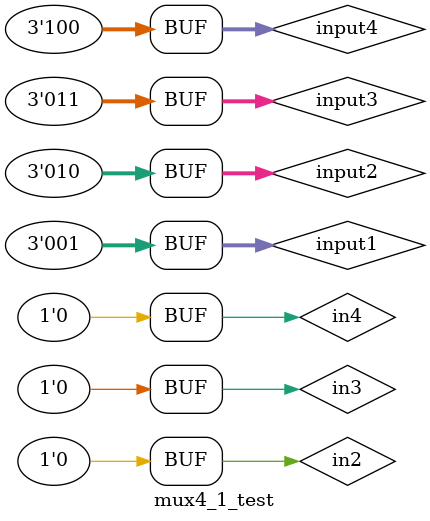
<source format=sv>
module mux4_1_test();


	logic[2:0] input1, input2, input3, input4, out;
	logic in2, in3,in4;

	mux4_1 DUT(input1, input2, input3, input4, {in2,in3,in4}, out);
	
	initial begin
		input1 = 3'd1;
		input2 = 3'd2;
		input3 = 3'd3;
		input4 = 3'd4;
		in2 = 0;
		in3 = 0;
		in4 = 0;
		#10 in2 = 1;
		#10 in2 = 0;
		#10 in3 = 1;
		#10 in3 = 0;
		#10 in4 = 1;
		#10 in4 = 0;
	end
endmodule 
</source>
